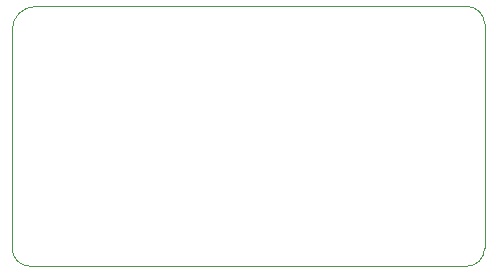
<source format=gm1>
G04 #@! TF.GenerationSoftware,KiCad,Pcbnew,(5.1.9)-1*
G04 #@! TF.CreationDate,2021-04-01T13:05:19-07:00*
G04 #@! TF.ProjectId,rgba,72676261-2e6b-4696-9361-645f70636258,1.1*
G04 #@! TF.SameCoordinates,Original*
G04 #@! TF.FileFunction,Profile,NP*
%FSLAX46Y46*%
G04 Gerber Fmt 4.6, Leading zero omitted, Abs format (unit mm)*
G04 Created by KiCad (PCBNEW (5.1.9)-1) date 2021-04-01 13:05:19*
%MOMM*%
%LPD*%
G01*
G04 APERTURE LIST*
G04 #@! TA.AperFunction,Profile*
%ADD10C,0.050000*%
G04 #@! TD*
G04 APERTURE END LIST*
D10*
X81000000Y-115500000D02*
G75*
G02*
X79500000Y-114000000I0J1500000D01*
G01*
X119500000Y-114000000D02*
G75*
G02*
X118000000Y-115500000I-1500000J0D01*
G01*
X118000000Y-93500000D02*
G75*
G02*
X119500000Y-95000000I0J-1500000D01*
G01*
X79500000Y-95500000D02*
G75*
G02*
X81500000Y-93500000I2000000J0D01*
G01*
X119500000Y-95000000D02*
X119500000Y-114000000D01*
X81000000Y-115500000D02*
X118000000Y-115500000D01*
X81500000Y-93500000D02*
X118000000Y-93500000D01*
X79500000Y-114000000D02*
X79500000Y-95500000D01*
M02*

</source>
